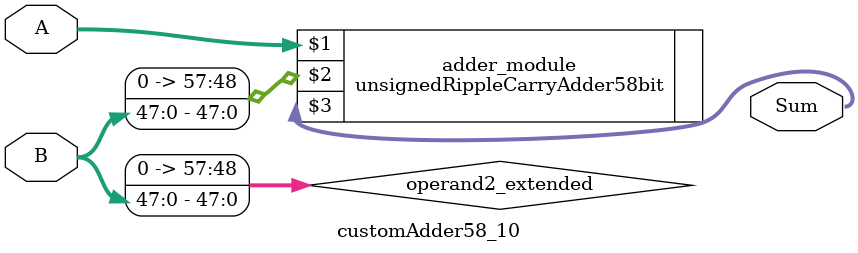
<source format=v>
module customAdder58_10(
                        input [57 : 0] A,
                        input [47 : 0] B,
                        
                        output [58 : 0] Sum
                );

        wire [57 : 0] operand2_extended;
        
        assign operand2_extended =  {10'b0, B};
        
        unsignedRippleCarryAdder58bit adder_module(
            A,
            operand2_extended,
            Sum
        );
        
        endmodule
        
</source>
